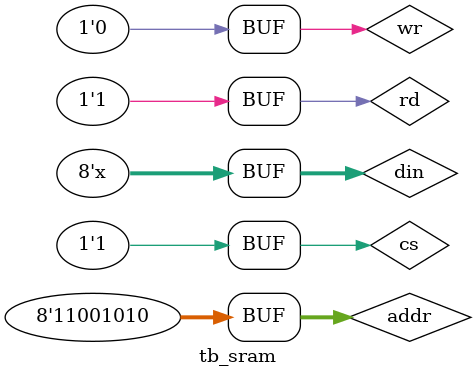
<source format=v>
`timescale 10 ns / 1 ns
`include "newSram.v"

module tb_sram();

wire [7:0] dout;
reg [7:0] din;
reg [7:0] addr;
reg wr;
reg rd;
reg cs;

initial begin
	addr = 8'b1100_1010;
end

initial begin
	cs = 1'b1;
	#3 din = 8'b1011_0101;
	#10 din = 8'bxxxx_xxxx;
end

initial begin
	wr = 1'b0;
	#5 wr = 1'b1;
	#5 wr = 1'b0;
end

initial begin
	rd = 1'b1;
	#15 rd = 1'b0;
	#5 rd = 1'b1;
end

sram sr(dout, din, addr, wr, rd, cs);

initial
	$monitor($time, "\taddr = %d, wr = %b, rd = %b, din = %8b, dout = %8b", addr, wr, rd, din, dout);

endmodule

</source>
